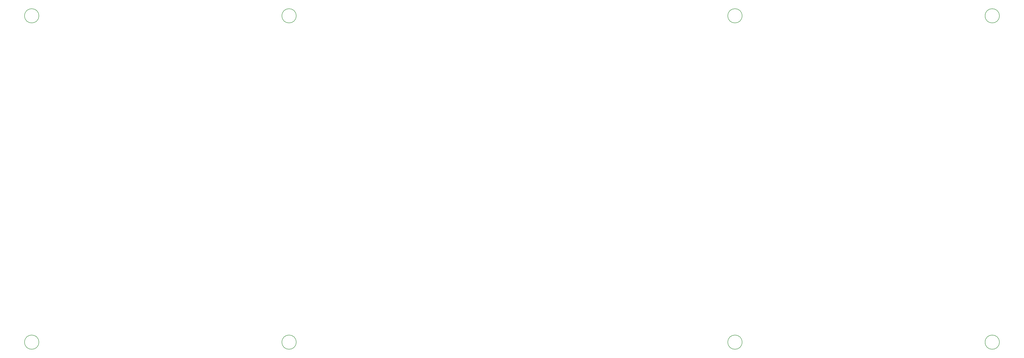
<source format=gbr>
%TF.GenerationSoftware,KiCad,Pcbnew,(6.0.5-0)*%
%TF.CreationDate,2022-11-13T17:01:49-06:00*%
%TF.ProjectId,skogaslider-main-pcb,736b6f67-6173-46c6-9964-65722d6d6169,rev?*%
%TF.SameCoordinates,Original*%
%TF.FileFunction,Other,Comment*%
%FSLAX46Y46*%
G04 Gerber Fmt 4.6, Leading zero omitted, Abs format (unit mm)*
G04 Created by KiCad (PCBNEW (6.0.5-0)) date 2022-11-13 17:01:49*
%MOMM*%
%LPD*%
G01*
G04 APERTURE LIST*
%ADD10C,0.150000*%
G04 APERTURE END LIST*
D10*
%TO.C,H10*%
X274130000Y-232780000D02*
G75*
G03*
X274130000Y-232780000I-2800000J0D01*
G01*
%TO.C,H9*%
X173121096Y-232780000D02*
G75*
G03*
X173121096Y-232780000I-2800000J0D01*
G01*
%TO.C,H6*%
X550121096Y-361050000D02*
G75*
G03*
X550121096Y-361050000I-2800000J0D01*
G01*
%TO.C,H5*%
X274130000Y-361050000D02*
G75*
G03*
X274130000Y-361050000I-2800000J0D01*
G01*
%TO.C,H4*%
X449140000Y-361050000D02*
G75*
G03*
X449140000Y-361050000I-2800000J0D01*
G01*
%TO.C,H3*%
X449140000Y-232780000D02*
G75*
G03*
X449140000Y-232780000I-2800000J0D01*
G01*
%TO.C,H2*%
X550121096Y-232780000D02*
G75*
G03*
X550121096Y-232780000I-2800000J0D01*
G01*
%TO.C,H1*%
X173121096Y-361050000D02*
G75*
G03*
X173121096Y-361050000I-2800000J0D01*
G01*
%TD*%
M02*

</source>
